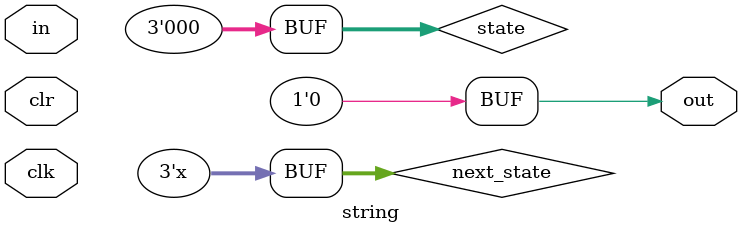
<source format=v>
`timescale 1ns / 1ps
`define S0  3'b000//³õÊ¼×´Ì¬
`define S1	3'b001//ÊäÈëÒ»¸öÊý×Ö
`define S2  3'b010 //Êý×Ö¼Ó·ûºÅ
`define S3  3'b011//Êý×Ö·ûºÅÊý×Ö F
`define S4  3'b100 //F+·ûºÅ
`define S5 	3'b101 //ÓÀÔ¶ËÀÍö
module string(
    input clk,
    input clr,
    input [7:0] in,
    output out
    );
	reg [2:0] state,next_state;
	always@(*)begin
	case(state)
		`S0:
			if(in>="0"&&in<="9")
				next_state=`S1;
			else if(in=="*"||in=="+")
				next_state=`S5;
		`S1:
			if(in=="*"||in=="+")
				next_state=`S2;
			else
				next_state=`S5;
		`S2:
			if(in>="0"&&in<="9")
				next_state=`S3;
			else if(in=="*"||in=="+")
				next_state=`S5;
		`S3:
			if(in>="0"&&in<="9")
				next_state=`S5;
			else if(in=="*"||in=="+")
				next_state=`S4;
		`S4:
			if(in>="0"&&in<="9")
				next_state=`S3;
			else
				next_state=`S5;
		`S5:
			next_state=`S5;
		default
		state=`S0;	
	endcase
	end
	always@(posedge clk,posedge clr)begin
		if(clr==1)
		state=`S0;
		else
		state=next_state;
	end
	assign out=(state==`S1|state==`S3)?1:0;
endmodule

</source>
